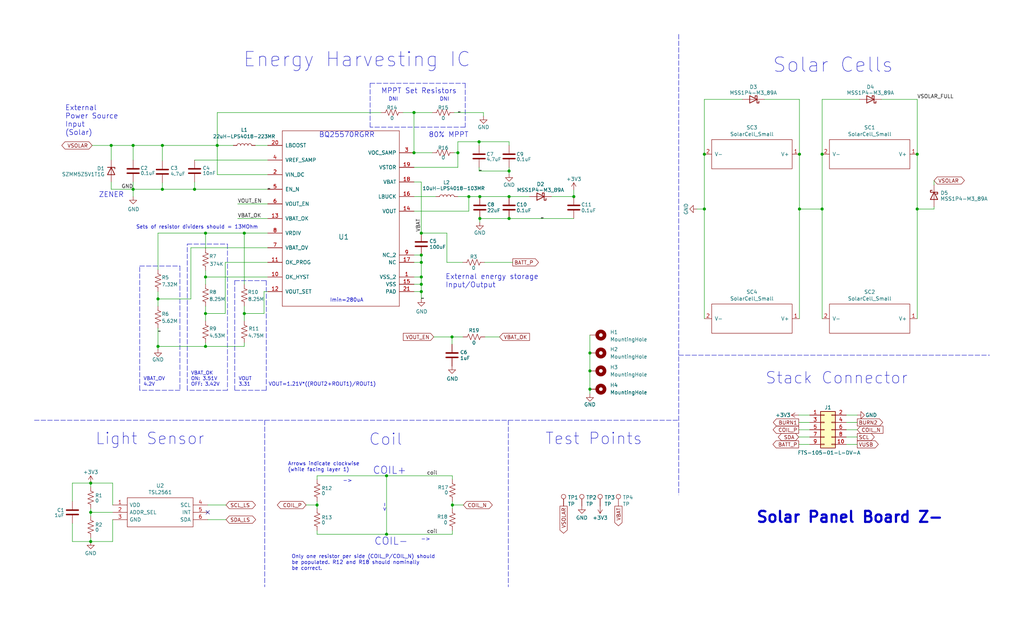
<source format=kicad_sch>
(kicad_sch (version 20211123) (generator eeschema)
  (paper "USLegal")
  (title_block (title "PyCubed Mini") (date "2022-07-27") (rev "02") (company "REx Lab Carnegie Mellon University") (comment 1 "Z.Manchester") (comment 2 "N.Khera") (comment 3 "M.Holliday"))
  (lib_symbols
    (symbol "Connector:TestPoint" (pin_numbers hide) (pin_names (offset 0.762) hide)
      (property "Reference" "TP" (at 0 6.858 0))
      (property "Value" "TestPoint" (at 0 5.08 0))
      (symbol "TestPoint_1_1"
        (pin passive line (at 0 0 90) (length 2.54) (name "1") (number "1"))
      )
    )
    (symbol "Connector_Generic:Conn_02x05_Odd_Even" (pin_names (offset 1.016) hide)
      (property "Reference" "J" (at 1.27 7.62 0))
      (property "Value" "Conn_02x05_Odd_Even" (at 1.27 -7.62 0))
      (symbol "Conn_02x05_Odd_Even_1_1"
        (pin passive line (at -5.08 5.08 0) (length 3.81) (name "Pin_1") (number "1"))
        (pin passive line (at 7.62 -5.08 180) (length 3.81) (name "Pin_10") (number "10"))
        (pin passive line (at 7.62 5.08 180) (length 3.81) (name "Pin_2") (number "2"))
        (pin passive line (at -5.08 2.54 0) (length 3.81) (name "Pin_3") (number "3"))
        (pin passive line (at 7.62 2.54 180) (length 3.81) (name "Pin_4") (number "4"))
        (pin passive line (at -5.08 0 0) (length 3.81) (name "Pin_5") (number "5"))
        (pin passive line (at 7.62 0 180) (length 3.81) (name "Pin_6") (number "6"))
        (pin passive line (at -5.08 -2.54 0) (length 3.81) (name "Pin_7") (number "7"))
        (pin passive line (at 7.62 -2.54 180) (length 3.81) (name "Pin_8") (number "8"))
        (pin passive line (at -5.08 -5.08 0) (length 3.81) (name "Pin_9") (number "9"))
      )
    )
    (symbol "Device:C" (pin_numbers hide) (pin_names (offset 0.254))
      (property "Reference" "C" (at 0.635 2.54 0))
      (property "Value" "C" (at 0.635 -2.54 0))
      (symbol "C_1_1"
        (pin passive line (at 0 3.81 270) (length 2.794) (name "~") (number "1"))
        (pin passive line (at 0 -3.81 90) (length 2.794) (name "~") (number "2"))
      )
    )
    (symbol "Device:D_Schottky" (pin_numbers hide) (pin_names (offset 1.016) hide)
      (property "Reference" "D" (at 0 2.54 0))
      (property "Value" "D_Schottky" (at 0 -2.54 0))
      (symbol "D_Schottky_1_1"
        (pin passive line (at -3.81 0 0) (length 2.54) (name "K") (number "1"))
        (pin passive line (at 3.81 0 180) (length 2.54) (name "A") (number "2"))
      )
    )
    (symbol "Device:L" (pin_numbers hide) (pin_names (offset 1.016) hide)
      (property "Reference" "L" (at -1.27 0 90))
      (property "Value" "L" (at 1.905 0 90))
      (symbol "L_1_1"
        (pin passive line (at 0 3.81 270) (length 1.27) (name "1") (number "1"))
        (pin passive line (at 0 -3.81 90) (length 1.27) (name "2") (number "2"))
      )
    )
    (symbol "Device:R_US" (pin_numbers hide) (pin_names (offset 0))
      (property "Reference" "R" (at 2.54 0 90))
      (property "Value" "R_US" (at -2.54 0 90))
      (symbol "R_US_1_1"
        (pin passive line (at 0 3.81 270) (length 1.27) (name "~") (number "1"))
        (pin passive line (at 0 -3.81 90) (length 1.27) (name "~") (number "2"))
      )
    )
    (symbol "Diode:Z1SMAxxx" (pin_numbers hide) (pin_names hide)
      (property "Reference" "D" (at 0 2.54 0))
      (property "Value" "Z1SMAxxx" (at 0 -2.54 0))
      (symbol "Z1SMAxxx_1_1"
        (pin passive line (at -3.81 0 0) (length 2.54) (name "K") (number "1"))
        (pin passive line (at 3.81 0 180) (length 2.54) (name "A") (number "2"))
      )
    )
    (symbol "Mechanical:MountingHole_Pad" (pin_numbers hide) (pin_names (offset 1.016) hide)
      (property "Reference" "H" (at 0 6.35 0))
      (property "Value" "MountingHole_Pad" (at 0 4.445 0))
      (symbol "MountingHole_Pad_1_1"
        (pin input line (at 0 -2.54 90) (length 2.54) (name "1") (number "1"))
      )
    )
    (symbol "SolarCell_Small_1" (pin_names (offset 1.016))
      (property "Reference" "SC" (at 0 -1.27 0))
      (property "Value" "SolarCell_Small_1" (at 0 1.27 0))
      (symbol "SolarCell_Small_1_1_1"
        (pin bidirectional line (at -16.51 0 0) (length 2.54) (name "V+") (number "1"))
        (pin bidirectional line (at 16.51 0 180) (length 2.54) (name "V-") (number "2"))
      )
    )
    (symbol "SolarCell_Small_4" (pin_names (offset 1.016))
      (property "Reference" "SC" (at 0 -1.27 0))
      (property "Value" "SolarCell_Small_4" (at 0 1.27 0))
      (symbol "SolarCell_Small_4_1_1"
        (pin bidirectional line (at -16.51 0 0) (length 2.54) (name "V+") (number "1"))
        (pin bidirectional line (at 16.51 0 180) (length 2.54) (name "V-") (number "2"))
      )
    )
    (symbol "SolarCell_Small_7" (pin_names (offset 1.016))
      (property "Reference" "SC" (at 0 -1.27 0))
      (property "Value" "SolarCell_Small_7" (at 0 1.27 0))
      (symbol "SolarCell_Small_7_1_1"
        (pin bidirectional line (at -16.51 0 0) (length 2.54) (name "V+") (number "1"))
        (pin bidirectional line (at 16.51 0 180) (length 2.54) (name "V-") (number "2"))
      )
    )
    (symbol "Transistor_BJT:MBT2222ADW1T1" (pin_names (offset 0) hide)
      (property "Reference" "Q" (at 5.08 1.27 0))
      (property "Value" "MBT2222ADW1T1" (at 5.08 -1.27 0))
      (symbol "MBT2222ADW1T1_1_1"
        (pin passive line (at 2.54 -5.08 90) (length 2.54) (name "E1") (number "1"))
        (pin input line (at -5.08 0 0) (length 2.54) (name "B1") (number "2"))
        (pin passive line (at 2.54 5.08 270) (length 2.54) (name "C1") (number "6"))
      )
      (symbol "MBT2222ADW1T1_2_1"
        (pin passive line (at 2.54 5.08 270) (length 2.54) (name "C2") (number "3"))
        (pin passive line (at 2.54 -5.08 90) (length 2.54) (name "E2") (number "4"))
        (pin input line (at -5.08 0 0) (length 2.54) (name "B2") (number "5"))
      )
    )
    (symbol "mainboard:BSS138DWQ-7" (pin_names (offset 0.762) hide)
      (property "Reference" "Q" (at -2.54 5.08 0))
      (property "Value" "BSS138DWQ-7" (at 3.81 6.35 0))
      (symbol "BSS138DWQ-7_1_1"
        (pin passive line (at 1.27 -5.08 90) (length 2.54) (name "S2") (number "1"))
        (pin input line (at -6.35 0 0) (length 2.54) (name "G2") (number "2"))
        (pin passive line (at 1.27 5.08 270) (length 2.54) (name "D1") (number "6"))
      )
      (symbol "BSS138DWQ-7_2_1"
        (pin passive line (at 1.27 5.08 270) (length 2.54) (name "D2") (number "3"))
        (pin passive line (at 1.27 -5.08 90) (length 2.54) (name "S1") (number "4"))
        (pin input line (at -6.35 0 0) (length 2.54) (name "G1") (number "5"))
      )
    )
    (symbol "power:+3V3" (power) (pin_names (offset 0))
      (property "Value" "+3V3" (at 0 3.556 0))
      (symbol "+3V3_1_1"
        (pin power_in line (at 0 0 90) (length 0) hide (name "+3V3") (number "1"))
      )
    )
    (symbol "power:GND" (power) (pin_names (offset 0))
      (property "Value" "GND" (at 0 -3.81 0))
      (symbol "GND_1_1"
        (pin power_in line (at 0 0 270) (length 0) hide (name "GND") (number "1"))
      )
    )
    (symbol "solarpanels:ATB2012"
      (property "Reference" "U4" (at 0 10.795 0))
      (property "Value" "ATB2012" (at 0 8.4836 0))
      (symbol "ATB2012_1_1"
        (pin passive line (at -5.08 5.08 0) (length 2.54) (name "~") (number "1"))
        (pin power_in line (at -2.54 -7.62 90) (length 2.54) (name "GND") (number "2"))
        (pin passive line (at 5.08 5.08 180) (length 2.54) (name "~") (number "3"))
        (pin passive line (at 5.08 -5.08 180) (length 2.54) (name "~") (number "4"))
      )
    )
    (symbol "solarpanels:BQ25570RGRR" (pin_names (offset 1.016))
      (property "Reference" "U" (at -4.7244 1.4986 0))
      (property "Value" "BQ25570RGRR" (at -5.3594 -1.0414 0))
      (symbol "BQ25570RGRR_1_0"
        (pin power_in line (at 25.4 -20.32 180) (length 5.08) (name "VSS_2") (number "1"))
        (pin input line (at -25.4 -20.32 0) (length 5.08) (name "OK_HYST") (number "10"))
        (pin input line (at -25.4 -15.24 0) (length 5.08) (name "OK_PROG") (number "11"))
        (pin input line (at -25.4 -25.4 0) (length 5.08) (name "VOUT_SET") (number "12"))
        (pin output line (at -25.4 0 0) (length 5.08) (name "VBAT_OK") (number "13"))
        (pin power_in line (at 25.4 2.54 180) (length 5.08) (name "VOUT") (number "14"))
        (pin power_in line (at 25.4 -22.86 180) (length 5.08) (name "VSS") (number "15"))
        (pin passive line (at 25.4 7.62 180) (length 5.08) (name "LBUCK") (number "16"))
        (pin passive line (at 25.4 -15.24 180) (length 5.08) (name "NC") (number "17"))
        (pin bidirectional line (at 25.4 12.7 180) (length 5.08) (name "VBAT") (number "18"))
        (pin power_in line (at 25.4 17.78 180) (length 5.08) (name "VSTOR") (number "19"))
        (pin power_in line (at -25.4 15.24 0) (length 5.08) (name "VIN_DC") (number "2"))
        (pin input line (at -25.4 25.4 0) (length 5.08) (name "LBOOST") (number "20"))
        (pin power_in line (at 25.4 -25.4 180) (length 5.08) (name "PAD") (number "21"))
        (pin input line (at 25.4 22.86 180) (length 5.08) (name "VOC_SAMP") (number "3"))
        (pin input line (at -25.4 20.32 0) (length 5.08) (name "VREF_SAMP") (number "4"))
        (pin input line (at -25.4 10.16 0) (length 5.08) (name "EN_N") (number "5"))
        (pin input line (at -25.4 5.08 0) (length 5.08) (name "VOUT_EN") (number "6"))
        (pin input line (at -25.4 -10.16 0) (length 5.08) (name "VBAT_OV") (number "7"))
        (pin output line (at -25.4 -5.08 0) (length 5.08) (name "VRDIV") (number "8"))
        (pin power_in line (at 25.4 -12.7 180) (length 5.08) (name "NC_2") (number "9"))
      )
    )
    (symbol "solarpanels:Device_Jumper" (pin_names (offset 0.762) hide)
      (property "Reference" "JP" (at 0 3.81 0))
      (property "Value" "Device_Jumper" (at 0 -2.032 0))
      (symbol "Device_Jumper_0_1"
        (pin passive line (at -7.62 0 0) (length 4.191) (name "1") (number "1"))
        (pin passive line (at 7.62 0 180) (length 4.191) (name "2") (number "2"))
      )
    )
    (symbol "solarpanels:IRLML2803TRPBF" (pin_names (offset 1.016))
      (property "Reference" "Q" (at -11.43 1.27 0))
      (property "Value" "IRLML2803TRPBF" (at -11.43 3.81 0))
      (symbol "IRLML2803TRPBF_1_0"
        (pin passive line (at -2.54 -2.54 0) (length 2.54) (name "G") (number "1"))
        (pin passive line (at 2.54 -5.08 90) (length 2.54) (name "S") (number "2"))
        (pin passive line (at 2.54 5.08 270) (length 2.54) (name "D") (number "3"))
      )
    )
    (symbol "solarpanels:SolarCell_Small" (pin_names (offset 1.016))
      (property "Reference" "SC" (at 0 -1.27 0))
      (property "Value" "SolarCell_Small" (at 0 1.27 0))
      (symbol "SolarCell_Small_1_1"
        (pin bidirectional line (at -16.51 0 0) (length 2.54) (name "V+") (number "1"))
        (pin bidirectional line (at 16.51 0 180) (length 2.54) (name "V-") (number "2"))
      )
    )
    (symbol "solarpanels:U.FL-R-SMT-1" (pin_names (offset 0.762))
      (property "Reference" "J2" (at 0 6.35 0))
      (property "Value" "U.FL-R-SMT-1" (at 0 4.0386 0))
      (symbol "U.FL-R-SMT-1_0_0"
        (pin unspecified line (at 2.54 -7.62 90) (length 5.08) (name "GND") (number "1"))
        (pin unspecified line (at 2.54 -7.62 90) (length 5.08) hide (name "2") (number "2"))
        (pin unspecified line (at -10.16 0 0) (length 5.08) (name "ANT") (number "3"))
      )
    )
    (symbol "solarpanels:symbols_NDS8434" (pin_names (offset 1.016))
      (symbol "symbols_NDS8434_0_0"
        (pin bidirectional line (at -12.7 7.62 0) (length 5.08) (name "Source") (number "1"))
        (pin bidirectional line (at -12.7 2.54 0) (length 5.08) (name "Source") (number "2"))
        (pin bidirectional line (at -12.7 -2.54 0) (length 5.08) (name "Source") (number "3"))
        (pin bidirectional line (at -12.7 -7.62 0) (length 5.08) (name "Gate") (number "4"))
        (pin bidirectional line (at 12.7 7.62 180) (length 5.08) (name "Drain") (number "5"))
        (pin bidirectional line (at 12.7 2.54 180) (length 5.08) (name "Drain") (number "6"))
        (pin bidirectional line (at 12.7 -7.62 180) (length 5.08) (name "Drain") (number "7"))
        (pin bidirectional line (at 12.7 -2.54 180) (length 5.08) (name "Drain") (number "8"))
      )
    )
    (symbol "solarpanels:symbols_TSL2561" (pin_names (offset 0.762))
      (property "Reference" "IC" (at 29.21 7.62 0))
      (property "Value" "symbols_TSL2561" (at 29.21 5.08 0))
      (symbol "symbols_TSL2561_0_0"
        (pin unspecified line (at 0 0 0) (length 5.08) (name "VDD") (number "1"))
        (pin unspecified line (at 0 -2.54 0) (length 5.08) (name "ADDR_SEL") (number "2"))
        (pin unspecified line (at 0 -5.08 0) (length 5.08) (name "GND") (number "3"))
        (pin unspecified line (at 33.02 0 180) (length 5.08) (name "SCL") (number "4"))
        (pin unspecified line (at 33.02 -2.54 180) (length 5.08) (name "INT") (number "5"))
        (pin unspecified line (at 33.02 -5.08 180) (length 5.08) (name "SDA") (number "6"))
      )
    )
  )
  (junction (at 38.608 50.546))
  (junction (at 437.769 81.407))
  (junction (at 166.37 49.276))
  (junction (at 437.769 50.927))
  (junction (at 31.496 188.214))
  (junction (at 54.864 103.886))
  (junction (at 390.779 43.307))
  (junction (at 143.764 53.086))
  (junction (at 427.609 50.927))
  (junction (at 46.228 65.786))
  (junction (at 398.399 180.975))
  (junction (at 422.529 76.327))
  (junction (at 176.784 75.946))
  (junction (at 393.446 139.954))
  (junction (at 395.859 68.707))
  (junction (at 146.304 88.646))
  (junction (at 427.736 137.414))
  (junction (at 110.109 175.514))
  (junction (at 204.851 122.682))
  (junction (at 432.689 43.307))
  (junction (at 31.496 167.894))
  (junction (at 71.374 108.966))
  (junction (at 157.099 175.514))
  (junction (at 427.736 132.334))
  (junction (at 75.438 50.546))
  (junction (at 390.779 35.687))
  (junction (at 285.496 72.644))
  (junction (at 437.769 68.707))
  (junction (at 395.859 89.027))
  (junction (at 84.836 81.026))
  (junction (at 432.689 35.687))
  (junction (at 402.336 132.334))
  (junction (at 54.864 120.396))
  (junction (at 84.836 108.966))
  (junction (at 162.814 68.326))
  (junction (at 380.619 76.327))
  (junction (at 71.374 96.266))
  (junction (at 176.784 59.436))
  (junction (at 437.769 59.817))
  (junction (at 414.909 61.087))
  (junction (at 402.336 127.254))
  (junction (at 395.859 50.927))
  (junction (at 56.388 50.546))
  (junction (at 244.602 53.594))
  (junction (at 285.496 53.594))
  (junction (at 146.304 81.026))
  (junction (at 146.304 96.266))
  (junction (at 146.304 101.346))
  (junction (at 71.374 120.396))
  (junction (at 143.764 39.116))
  (junction (at 244.602 72.644))
  (junction (at 277.622 72.644))
  (junction (at 199.263 68.326))
  (junction (at 156.972 117.094))
  (junction (at 134.239 165.354))
  (junction (at 388.239 89.027))
  (junction (at 430.149 89.027))
  (junction (at 318.516 72.644))
  (junction (at 159.004 53.086))
  (junction (at 31.496 178.054))
  (junction (at 375.666 129.794))
  (junction (at 146.304 98.806))
  (junction (at 395.859 81.407))
  (junction (at 166.624 75.946))
  (junction (at 67.564 65.786))
  (junction (at 56.388 65.786))
  (junction (at 393.446 127.254))
  (junction (at 372.999 61.087))
  (junction (at 375.666 139.954))
  (junction (at 318.516 53.594))
  (junction (at 277.622 53.594))
  (junction (at 395.859 59.817))
  (junction (at 134.239 185.674))
  (junction (at 204.851 128.905))
  (junction (at 436.626 132.334))
  (junction (at 204.851 135.255))
  (junction (at 176.784 68.326))
  (junction (at 437.769 89.027))
  (junction (at 71.374 81.026))
  (junction (at 46.228 50.546))
  (junction (at 146.304 91.186))
  (junction (at 166.624 68.326))
  (junction (at 385.699 50.927))
  (no_connect (at 72.136 178.054))
  (wire (pts (xy 143.764 101.346) (xy 146.304 101.346)))
  (wire (pts (xy 402.336 142.494) (xy 393.446 142.494)))
  (wire (pts (xy 318.516 72.644) (xy 324.358 72.644)))
  (wire (pts (xy 38.608 63.246) (xy 38.608 65.786)))
  (wire (pts (xy 244.602 72.644) (xy 244.602 110.744)))
  (wire (pts (xy 146.304 91.186) (xy 146.304 88.646)))
  (polyline (pts (xy 78.994 84.836) (xy 78.994 135.636)))
  (wire (pts (xy 393.446 136.144) (xy 393.446 139.954)))
  (wire (pts (xy 71.374 106.426) (xy 71.374 108.966)))
  (wire (pts (xy 372.999 61.087) (xy 372.999 43.307)))
  (wire (pts (xy 277.622 34.544) (xy 265.43 34.544)))
  (wire (pts (xy 110.109 174.244) (xy 110.109 175.514)))
  (polyline (pts (xy 81.534 97.536) (xy 92.456 97.536)))
  (wire (pts (xy 204.851 122.682) (xy 204.851 128.905)))
  (wire (pts (xy 393.446 127.254) (xy 402.336 127.254)))
  (wire (pts (xy 84.836 119.126) (xy 84.836 120.396)))
  (wire (pts (xy 146.304 81.026) (xy 146.304 63.246)))
  (polyline (pts (xy 92.456 97.536) (xy 92.456 135.636)))
  (wire (pts (xy 204.851 136.906) (xy 204.851 135.255)))
  (wire (pts (xy 427.609 50.927) (xy 427.609 68.707)))
  (wire (pts (xy 78.232 91.186) (xy 92.964 91.186)))
  (wire (pts (xy 54.864 120.396) (xy 71.374 120.396)))
  (wire (pts (xy 393.446 142.494) (xy 393.446 139.954)))
  (wire (pts (xy 159.004 53.086) (xy 159.004 58.166)))
  (wire (pts (xy 157.734 39.116) (xy 167.894 39.116)))
  (wire (pts (xy 82.55 75.946) (xy 92.964 75.946)))
  (wire (pts (xy 437.769 35.687) (xy 432.689 35.687)))
  (wire (pts (xy 139.954 39.116) (xy 143.764 39.116)))
  (wire (pts (xy 176.784 60.452) (xy 176.784 59.436)))
  (wire (pts (xy 372.999 81.407) (xy 372.999 89.027)))
  (wire (pts (xy 143.764 98.806) (xy 146.304 98.806)))
  (wire (pts (xy 244.602 34.544) (xy 244.602 53.594)))
  (wire (pts (xy 176.784 58.166) (xy 176.784 59.436)))
  (wire (pts (xy 395.859 59.817) (xy 395.859 50.927)))
  (wire (pts (xy 398.399 59.817) (xy 395.859 59.817)))
  (wire (pts (xy 110.109 184.404) (xy 110.109 185.674)))
  (wire (pts (xy 46.228 50.546) (xy 56.388 50.546)))
  (wire (pts (xy 39.116 188.214) (xy 39.116 180.594)))
  (wire (pts (xy 318.516 34.544) (xy 318.516 53.594)))
  (polyline (pts (xy 92.456 135.636) (xy 81.534 135.636)))
  (wire (pts (xy 146.304 103.886) (xy 146.304 101.346)))
  (wire (pts (xy 414.909 81.407) (xy 414.909 89.027)))
  (wire (pts (xy 84.836 81.026) (xy 84.836 98.806)))
  (wire (pts (xy 150.622 117.094) (xy 156.972 117.094)))
  (wire (pts (xy 134.239 165.354) (xy 157.099 165.354)))
  (wire (pts (xy 166.624 75.946) (xy 176.784 75.946)))
  (wire (pts (xy 402.336 132.334) (xy 402.336 127.254)))
  (wire (pts (xy 25.146 174.244) (xy 25.146 167.894)))
  (wire (pts (xy 423.799 50.927) (xy 427.609 50.927)))
  (polyline (pts (xy 176.53 146.05) (xy 176.53 203.962)))
  (wire (pts (xy 390.779 61.087) (xy 383.413 61.087)))
  (wire (pts (xy 31.496 176.784) (xy 31.496 178.054)))
  (polyline (pts (xy 65.024 135.636) (xy 65.024 84.836)))
  (polyline (pts (xy 235.712 11.938) (xy 235.712 171.958)))
  (wire (pts (xy 75.438 50.546) (xy 75.438 60.706)))
  (wire (pts (xy 134.239 185.674) (xy 157.099 185.674)))
  (wire (pts (xy 31.496 188.214) (xy 39.116 188.214)))
  (wire (pts (xy 375.666 139.954) (xy 383.286 139.954)))
  (wire (pts (xy 75.438 39.116) (xy 75.438 50.546)))
  (wire (pts (xy 285.496 72.644) (xy 277.622 72.644)))
  (polyline (pts (xy 161.544 44.196) (xy 128.524 44.196)))
  (wire (pts (xy 166.37 58.166) (xy 166.37 59.436)))
  (wire (pts (xy 427.736 127.254) (xy 427.736 132.334)))
  (polyline (pts (xy 91.948 146.05) (xy 91.948 203.962)))
  (wire (pts (xy 25.146 167.894) (xy 31.496 167.894)))
  (wire (pts (xy 432.689 61.087) (xy 425.704 61.087)))
  (wire (pts (xy 67.564 65.786) (xy 67.564 63.246)))
  (polyline (pts (xy 161.544 28.956) (xy 161.544 44.196)))
  (wire (pts (xy 277.368 154.432) (xy 281.178 154.432)))
  (wire (pts (xy 373.126 129.794) (xy 375.666 129.794)))
  (wire (pts (xy 54.864 114.046) (xy 54.864 120.396)))
  (wire (pts (xy 204.851 116.459) (xy 204.851 122.682)))
  (wire (pts (xy 257.81 34.544) (xy 244.602 34.544)))
  (wire (pts (xy 191.516 68.326) (xy 199.263 68.326)))
  (wire (pts (xy 436.626 132.334) (xy 448.056 132.334)))
  (wire (pts (xy 56.388 65.786) (xy 67.564 65.786)))
  (wire (pts (xy 159.004 68.326) (xy 162.814 68.326)))
  (wire (pts (xy 395.859 68.707) (xy 395.859 59.817)))
  (wire (pts (xy 146.304 88.646) (xy 143.764 88.646)))
  (wire (pts (xy 297.688 146.812) (xy 293.878 146.812)))
  (wire (pts (xy 277.368 146.812) (xy 281.178 146.812)))
  (wire (pts (xy 71.374 119.126) (xy 71.374 120.396)))
  (wire (pts (xy 92.964 55.626) (xy 67.564 55.626)))
  (wire (pts (xy 277.622 72.644) (xy 277.622 110.744)))
  (wire (pts (xy 389.509 168.275) (xy 395.859 168.275)))
  (wire (pts (xy 285.496 53.594) (xy 285.496 72.644)))
  (wire (pts (xy 395.859 35.687) (xy 390.779 35.687)))
  (wire (pts (xy 146.304 98.806) (xy 146.304 96.266)))
  (wire (pts (xy 380.619 76.327) (xy 388.239 76.327)))
  (wire (pts (xy 277.368 151.892) (xy 281.178 151.892)))
  (wire (pts (xy 168.402 117.094) (xy 173.482 117.094)))
  (wire (pts (xy 56.388 50.546) (xy 56.388 55.88)))
  (wire (pts (xy 71.374 93.98) (xy 71.374 96.266)))
  (wire (pts (xy 285.496 34.544) (xy 285.496 53.594)))
  (wire (pts (xy 56.388 50.546) (xy 75.438 50.546)))
  (wire (pts (xy 71.374 81.026) (xy 54.864 81.026)))
  (wire (pts (xy 31.496 186.944) (xy 31.496 188.214)))
  (wire (pts (xy 160.909 175.514) (xy 157.099 175.514)))
  (wire (pts (xy 46.228 55.626) (xy 46.228 50.546)))
  (wire (pts (xy 157.099 184.404) (xy 157.099 185.674)))
  (wire (pts (xy 293.878 151.892) (xy 297.688 151.892)))
  (wire (pts (xy 411.099 168.275) (xy 406.019 168.275)))
  (wire (pts (xy 395.859 49.657) (xy 395.859 50.927)))
  (wire (pts (xy 375.666 129.794) (xy 376.936 129.794)))
  (wire (pts (xy 143.764 53.086) (xy 143.764 39.116)))
  (wire (pts (xy 318.516 72.644) (xy 318.516 110.744)))
  (polyline (pts (xy 62.484 135.636) (xy 48.514 135.636)))
  (polyline (pts (xy 128.524 28.956) (xy 161.544 28.956)))
  (wire (pts (xy 91.694 108.966) (xy 91.694 101.346)))
  (wire (pts (xy 75.438 50.546) (xy 81.026 50.546)))
  (wire (pts (xy 75.438 60.706) (xy 92.964 60.706)))
  (polyline (pts (xy 62.484 92.456) (xy 62.484 135.636)))
  (wire (pts (xy 375.666 129.794) (xy 375.666 131.064)))
  (wire (pts (xy 54.864 121.412) (xy 54.864 120.396)))
  (wire (pts (xy 84.836 81.026) (xy 92.964 81.026)))
  (wire (pts (xy 38.608 55.626) (xy 38.608 50.546)))
  (wire (pts (xy 414.909 71.247) (xy 414.909 61.087)))
  (wire (pts (xy 166.37 50.546) (xy 166.37 49.276)))
  (wire (pts (xy 166.37 59.436) (xy 176.784 59.436)))
  (wire (pts (xy 78.486 180.594) (xy 72.136 180.594)))
  (wire (pts (xy 39.116 167.894) (xy 31.496 167.894)))
  (wire (pts (xy 66.294 103.886) (xy 66.294 86.106)))
  (wire (pts (xy 110.109 165.354) (xy 134.239 165.354)))
  (wire (pts (xy 159.004 49.276) (xy 166.37 49.276)))
  (wire (pts (xy 293.878 149.352) (xy 297.688 149.352)))
  (wire (pts (xy 277.622 53.594) (xy 277.622 72.644)))
  (wire (pts (xy 146.304 101.346) (xy 146.304 98.806)))
  (wire (pts (xy 167.894 39.116) (xy 167.894 40.386)))
  (wire (pts (xy 56.388 63.5) (xy 56.388 65.786)))
  (wire (pts (xy 146.304 96.266) (xy 146.304 91.186)))
  (wire (pts (xy 437.769 49.657) (xy 437.769 50.927)))
  (wire (pts (xy 385.826 134.874) (xy 385.826 129.794)))
  (wire (pts (xy 388.239 89.027) (xy 395.859 89.027)))
  (wire (pts (xy 324.358 72.644) (xy 324.358 71.882)))
  (wire (pts (xy 393.446 127.254) (xy 393.446 128.524)))
  (wire (pts (xy 155.194 91.186) (xy 155.194 81.026)))
  (wire (pts (xy 402.336 137.414) (xy 402.336 132.334)))
  (polyline (pts (xy 81.534 135.636) (xy 81.534 97.536)))
  (wire (pts (xy 393.446 123.952) (xy 393.446 127.254)))
  (wire (pts (xy 82.55 70.866) (xy 92.964 70.866)))
  (polyline (pts (xy 78.994 135.636) (xy 65.024 135.636)))
  (wire (pts (xy 110.109 165.354) (xy 110.109 166.624)))
  (wire (pts (xy 156.972 119.634) (xy 156.972 117.094)))
  (wire (pts (xy 54.864 103.886) (xy 66.294 103.886)))
  (wire (pts (xy 414.909 61.087) (xy 418.084 61.087)))
  (wire (pts (xy 155.194 91.186) (xy 160.655 91.186)))
  (wire (pts (xy 162.814 73.406) (xy 162.814 68.326)))
  (wire (pts (xy 298.45 34.544) (xy 285.496 34.544)))
  (wire (pts (xy 166.624 75.946) (xy 166.624 77.216)))
  (wire (pts (xy 92.964 65.786) (xy 67.564 65.786)))
  (wire (pts (xy 381.889 50.927) (xy 385.699 50.927)))
  (wire (pts (xy 157.734 53.086) (xy 159.004 53.086)))
  (wire (pts (xy 71.374 120.396) (xy 84.836 120.396)))
  (wire (pts (xy 376.809 175.895) (xy 376.809 180.975)))
  (wire (pts (xy 199.263 66.04) (xy 199.263 68.326)))
  (wire (pts (xy 84.836 106.426) (xy 84.836 108.966)))
  (wire (pts (xy 106.299 175.514) (xy 110.109 175.514)))
  (wire (pts (xy 157.099 165.354) (xy 157.099 166.624)))
  (polyline (pts (xy 48.514 92.456) (xy 62.484 92.456)))
  (wire (pts (xy 372.999 89.027) (xy 388.239 89.027)))
  (wire (pts (xy 32.004 50.546) (xy 38.608 50.546)))
  (wire (pts (xy 204.851 128.905) (xy 204.851 135.255)))
  (wire (pts (xy 285.496 72.644) (xy 285.496 110.744)))
  (wire (pts (xy 318.516 53.594) (xy 318.516 72.644)))
  (wire (pts (xy 166.37 49.276) (xy 176.784 49.276)))
  (wire (pts (xy 427.736 132.334) (xy 427.736 137.414)))
  (polyline (pts (xy 65.024 84.836) (xy 78.994 84.836)))
  (wire (pts (xy 162.814 68.326) (xy 166.624 68.326)))
  (wire (pts (xy 71.374 108.966) (xy 78.232 108.966)))
  (wire (pts (xy 375.666 138.684) (xy 375.666 139.954)))
  (wire (pts (xy 143.764 68.326) (xy 151.384 68.326)))
  (wire (pts (xy 176.784 68.326) (xy 183.896 68.326)))
  (wire (pts (xy 437.769 59.817) (xy 437.769 50.927)))
  (wire (pts (xy 71.374 96.266) (xy 71.374 98.806)))
  (wire (pts (xy 395.859 71.247) (xy 395.859 68.707)))
  (wire (pts (xy 66.294 86.106) (xy 92.964 86.106)))
  (wire (pts (xy 411.099 178.435) (xy 406.019 178.435)))
  (wire (pts (xy 38.608 65.786) (xy 46.228 65.786)))
  (wire (pts (xy 84.836 81.026) (xy 71.374 81.026)))
  (wire (pts (xy 372.999 61.087) (xy 375.793 61.087)))
  (wire (pts (xy 84.836 108.966) (xy 84.836 111.506)))
  (wire (pts (xy 31.496 178.054) (xy 31.496 179.324)))
  (wire (pts (xy 38.608 50.546) (xy 46.228 50.546)))
  (wire (pts (xy 91.694 101.346) (xy 92.964 101.346)))
  (wire (pts (xy 414.909 61.087) (xy 414.909 43.307)))
  (wire (pts (xy 244.602 72.644) (xy 242.062 72.644)))
  (wire (pts (xy 384.556 129.794) (xy 385.826 129.794)))
  (wire (pts (xy 372.999 71.247) (xy 372.999 61.087)))
  (wire (pts (xy 437.769 68.707) (xy 437.769 59.817)))
  (wire (pts (xy 159.004 58.166) (xy 143.764 58.166)))
  (wire (pts (xy 88.646 50.546) (xy 92.964 50.546)))
  (wire (pts (xy 379.476 105.156) (xy 380.746 105.156)))
  (wire (pts (xy 46.228 65.786) (xy 56.388 65.786)))
  (wire (pts (xy 281.178 144.272) (xy 277.368 144.272)))
  (wire (pts (xy 54.864 103.886) (xy 54.864 106.426)))
  (wire (pts (xy 31.496 167.894) (xy 31.496 169.164)))
  (wire (pts (xy 277.368 149.352) (xy 281.178 149.352)))
  (wire (pts (xy 376.809 180.975) (xy 398.399 180.975)))
  (wire (pts (xy 54.864 81.026) (xy 54.864 93.726)))
  (wire (pts (xy 168.275 91.186) (xy 178.054 91.186)))
  (wire (pts (xy 297.688 154.432) (xy 293.878 154.432)))
  (wire (pts (xy 430.149 89.027) (xy 437.769 89.027)))
  (wire (pts (xy 71.374 81.026) (xy 71.374 86.36)))
  (wire (pts (xy 134.239 165.354) (xy 134.239 185.674)))
  (polyline (pts (xy 235.712 123.444) (xy 343.662 123.444)))
  (wire (pts (xy 157.099 175.514) (xy 157.099 176.784)))
  (wire (pts (xy 110.109 175.514) (xy 110.109 176.784)))
  (wire (pts (xy 372.999 43.307) (xy 390.779 43.307)))
  (wire (pts (xy 277.622 53.594) (xy 277.622 34.544)))
  (wire (pts (xy 143.764 39.116) (xy 150.114 39.116)))
  (wire (pts (xy 414.909 89.027) (xy 430.149 89.027)))
  (wire (pts (xy 75.438 39.116) (xy 132.334 39.116)))
  (wire (pts (xy 143.764 73.406) (xy 162.814 73.406)))
  (polyline (pts (xy 48.514 135.636) (xy 48.514 92.456)))
  (wire (pts (xy 54.864 101.346) (xy 54.864 103.886)))
  (wire (pts (xy 25.146 188.214) (xy 31.496 188.214)))
  (wire (pts (xy 143.764 91.186) (xy 146.304 91.186)))
  (wire (pts (xy 395.859 42.037) (xy 395.859 35.687)))
  (wire (pts (xy 389.636 105.156) (xy 388.366 105.156)))
  (wire (pts (xy 71.374 108.966) (xy 71.374 111.506)))
  (wire (pts (xy 437.769 42.037) (xy 437.769 35.687)))
  (wire (pts (xy 437.769 71.247) (xy 437.769 68.707)))
  (wire (pts (xy 176.784 50.546) (xy 176.784 49.276)))
  (wire (pts (xy 176.784 75.946) (xy 199.263 75.946)))
  (wire (pts (xy 156.972 117.094) (xy 160.782 117.094)))
  (wire (pts (xy 385.699 50.927) (xy 385.699 68.707)))
  (wire (pts (xy 244.602 72.644) (xy 244.602 53.594)))
  (wire (pts (xy 157.099 174.244) (xy 157.099 175.514)))
  (polyline (pts (xy 11.938 146.05) (xy 235.712 146.05)))
  (wire (pts (xy 414.909 43.307) (xy 432.689 43.307)))
  (wire (pts (xy 324.358 62.738) (xy 324.358 64.262)))
  (wire (pts (xy 306.07 34.544) (xy 318.516 34.544)))
  (wire (pts (xy 159.004 49.276) (xy 159.004 53.086)))
  (wire (pts (xy 155.194 81.026) (xy 146.304 81.026)))
  (wire (pts (xy 46.228 63.246) (xy 46.228 65.786)))
  (wire (pts (xy 297.688 144.272) (xy 293.878 144.272)))
  (wire (pts (xy 395.859 78.867) (xy 395.859 81.407)))
  (wire (pts (xy 440.309 59.817) (xy 437.769 59.817)))
  (wire (pts (xy 71.374 96.266) (xy 92.964 96.266)))
  (wire (pts (xy 39.116 178.054) (xy 31.496 178.054)))
  (wire (pts (xy 437.769 78.867) (xy 437.769 81.407)))
  (wire (pts (xy 110.109 185.674) (xy 134.239 185.674)))
  (wire (pts (xy 46.228 65.786) (xy 46.228 68.326)))
  (wire (pts (xy 25.146 181.864) (xy 25.146 188.214)))
  (wire (pts (xy 39.116 175.514) (xy 39.116 167.894)))
  (wire (pts (xy 143.764 53.086) (xy 150.114 53.086)))
  (wire (pts (xy 427.736 137.414) (xy 427.736 142.494)))
  (wire (pts (xy 78.486 175.514) (xy 72.136 175.514)))
  (wire (pts (xy 78.232 108.966) (xy 78.232 91.186)))
  (wire (pts (xy 143.764 96.266) (xy 146.304 96.266)))
  (wire (pts (xy 84.836 108.966) (xy 91.694 108.966)))
  (wire (pts (xy 389.636 108.966) (xy 388.366 108.966)))
  (wire (pts (xy 430.149 86.487) (xy 430.149 89.027)))
  (polyline (pts (xy 128.524 44.196) (xy 128.524 28.956)))
  (wire (pts (xy 379.476 108.966) (xy 380.746 108.966)))
  (wire (pts (xy 422.529 76.327) (xy 430.149 76.327)))
  (wire (pts (xy 388.239 86.487) (xy 388.239 89.027)))
  (wire (pts (xy 427.736 132.334) (xy 436.626 132.334)))
  (wire (pts (xy 166.624 68.326) (xy 176.784 68.326)))
  (wire (pts (xy 146.304 63.246) (xy 143.764 63.246)))
  (text "80% MPPT " (at 148.844 48.006 0) (effects (font (size 1.778 1.778)) (justify left bottom)))
  (text "DNI" (at 152.654 35.306 0) (effects (font (size 1.27 1.27)) (justify left bottom)))
  (text "Solar Cells\n" (at 268.224 25.654 0) (effects (font (size 5 5)) (justify left bottom)))
  (text "External\nPower Source\nInput\n(Solar)" (at 22.606 47.244 0) (effects (font (size 1.778 1.778)) (justify left bottom)))
  (text "Only one resistor per side (COIL_P/COIL_N) should \nbe populated. R12 and R18 should nominally \nbe correct." (at 101.219 198.374 0) (effects (font (size 1.27 1.27)) (justify left bottom)))
  (text "Stack Connector\n" (at 265.684 133.858 0) (effects (font (size 4 4)) (justify left bottom)))
  (text "VOUT\n3.31" (at 82.804 134.366 0) (effects (font (size 1.2 1.2)) (justify left bottom)))
  (text "->" (at 149.479 188.214 180) (effects (font (size 1.27 1.27)) (justify right bottom)))
  (text "Energy Harvesting IC" (at 84.328 23.749 0) (effects (font (size 5 5)) (justify left bottom)))
  (text "MPPT Set Resistors " (at 132.334 32.766 0) (effects (font (size 1.778 1.778)) (justify left bottom)))
  (text "Arrows indicate clockwise\n(while facing layer 1)" (at 99.949 164.084 0) (effects (font (size 1.27 1.27)) (justify left bottom)))
  (text "<-" (at 134.239 178.054 90) (effects (font (size 1.27 1.27)) (justify left bottom)))
  (text "Test Points" (at 189.23 154.94 0) (effects (font (size 4 4)) (justify left bottom)))
  (text "External energy storage\nInput/Output" (at 154.686 100.203 0) (effects (font (size 1.778 1.778)) (justify left bottom)))
  (text "I2C Bus Protection - Light Sensor" (at 376.682 27.94 0) (effects (font (size 2.159 2.159)) (justify left bottom)))
  (text "COIL+" (at 129.413 165.1 0) (effects (font (size 2.54 2.54)) (justify left bottom)))
  (text "BQ25570RGRR" (at 110.744 48.006 0) (effects (font (size 1.778 1.778)) (justify left bottom)))
  (text "DNI" (at 134.874 35.306 0) (effects (font (size 1.27 1.27)) (justify left bottom)))
  (text "Light Sensor" (at 33.02 154.94 0) (effects (font (size 4 4)) (justify left bottom)))
  (text "Solar Panel Board Z-" (at 262.382 182.118 0) (effects (font (size 3.81 3.81) (thickness 0.762) bold) (justify left bottom)))
  (text "->" (at 118.999 167.894 0) (effects (font (size 1.27 1.27)) (justify left bottom)))
  (text "VOUT=1.21V*((ROUT2+ROUT1)/ROUT1)" (at 93.218 134.366 0) (effects (font (size 1.27 1.27)) (justify left bottom)))
  (text "VBAT_OV\n4.2V" (at 49.784 134.366 0) (effects (font (size 1.2 1.2)) (justify left bottom)))
  (text "VBAT_OK\nON: 3.51V\nOFF: 3.42V" (at 66.294 134.366 0) (effects (font (size 1.2 1.2)) (justify left bottom)))
  (text "COIL-" (at 129.921 189.738 0) (effects (font (size 2.54 2.54)) (justify left bottom)))
  (text "Sets of resistor dividers should = 13MOhm" (at 47.244 79.756 0) (effects (font (size 1.27 1.27)) (justify left bottom)))
  (text "Imin=280uA" (at 114.554 105.156 0) (effects (font (size 1.27 1.27)) (justify left bottom)))
  (text "ZENER" (at 34.29 68.834 0) (effects (font (size 1.778 1.778)) (justify left bottom)))
  (text "Coil" (at 128.016 155.194 0) (effects (font (size 4 4)) (justify left bottom)))
  (label "GND" (at 159.004 39.116 0) (effects (font (size 0.254 0.254))))
  (label "coil" (at 148.209 185.674 0))
  (label "GND" (at 92.964 65.786 0) (effects (font (size 0.254 0.254))))
  (label "VBAT_OK" (at 82.55 75.946 0))
  (label "coil" (at 148.209 165.354 0))
  (label "VOUT_EN" (at 82.55 70.866 0))
  (label "VBURN" (at 435.356 132.334 180))
  (label "GND" (at 187.833 75.946 0) (effects (font (size 0.254 0.254))))
  (label "VBAT" (at 146.304 75.946 270))
  (label "GND" (at 166.37 59.436 0) (effects (font (size 0.254 0.254))))
  (label "GND" (at 146.304 103.886 0) (effects (font (size 0.254 0.254))))
  (label "GND" (at 42.164 65.786 0))
  (label "GND" (at 54.864 115.316 0) (effects (font (size 0.254 0.254))))
  (label "VSOLAR_FULL" (at 318.516 34.544 0))
  (global_label "SDA_LS" (shape bidirectional) (at 78.486 180.594 0) (property "Intersheet References" "${INTERSHEET_REFS}" (effects hide)))
  (global_label "VBAT_OK" (shape input) (at 173.482 117.094 0) (property "Intersheet References" "${INTERSHEET_REFS}" (effects hide)))
  (global_label "SCL" (shape input) (at 381.889 50.927 180) (property "Intersheet References" "${INTERSHEET_REFS}" (effects hide)))
  (global_label "VSOLAR" (shape bidirectional) (at 32.004 50.546 180) (property "Intersheet References" "${INTERSHEET_REFS}" (effects hide)))
  (global_label "BATT_P" (shape output) (at 178.054 91.186 0) (property "Intersheet References" "${INTERSHEET_REFS}" (effects hide)))
  (global_label "VOUT_EN" (shape input) (at 150.622 117.094 180) (property "Intersheet References" "${INTERSHEET_REFS}" (effects hide)))
  (global_label "SCL" (shape input) (at 379.476 105.156 180) (property "Intersheet References" "${INTERSHEET_REFS}" (effects hide)))
  (global_label "VSOLAR" (shape bidirectional) (at 324.358 62.738 0) (property "Intersheet References" "${INTERSHEET_REFS}" (effects hide)))
  (global_label "BURN1" (shape output) (at 277.368 146.812 180) (property "Intersheet References" "${INTERSHEET_REFS}" (effects hide)))
  (global_label "COIL_N" (shape input) (at 297.688 149.352 0) (property "Intersheet References" "${INTERSHEET_REFS}" (effects hide)))
  (global_label "BURN2" (shape output) (at 297.688 146.812 0) (property "Intersheet References" "${INTERSHEET_REFS}" (effects hide)))
  (global_label "BATT_P" (shape bidirectional) (at 393.446 123.952 180) (property "Intersheet References" "${INTERSHEET_REFS}" (effects hide)))
  (global_label "SDA" (shape bidirectional) (at 379.476 108.966 180) (property "Intersheet References" "${INTERSHEET_REFS}" (effects hide)))
  (global_label "COIL_P" (shape bidirectional) (at 106.299 175.514 180) (property "Intersheet References" "${INTERSHEET_REFS}" (effects hide)))
  (global_label "BURN1" (shape bidirectional) (at 373.126 129.794 180) (property "Intersheet References" "${INTERSHEET_REFS}" (effects hide)))
  (global_label "SCL" (shape output) (at 297.688 151.892 0) (property "Intersheet References" "${INTERSHEET_REFS}" (effects hide)))
  (global_label "COIL_P" (shape output) (at 277.368 149.352 180) (property "Intersheet References" "${INTERSHEET_REFS}" (effects hide)))
  (global_label "BATT_P" (shape output) (at 277.368 154.432 180) (property "Intersheet References" "${INTERSHEET_REFS}" (effects hide)))
  (global_label "SCL_LS" (shape bidirectional) (at 78.486 175.514 0) (property "Intersheet References" "${INTERSHEET_REFS}" (effects hide)))
  (global_label "SDA_LS" (shape bidirectional) (at 389.636 108.966 0) (property "Intersheet References" "${INTERSHEET_REFS}" (effects hide)))
  (global_label "SCL_LS" (shape output) (at 398.399 59.817 0) (property "Intersheet References" "${INTERSHEET_REFS}" (effects hide)))
  (global_label "SCL_LS" (shape output) (at 389.636 105.156 0) (property "Intersheet References" "${INTERSHEET_REFS}" (effects hide)))
  (global_label "SDA_LS" (shape bidirectional) (at 440.309 59.817 0) (property "Intersheet References" "${INTERSHEET_REFS}" (effects hide)))
  (global_label "VUSB" (shape output) (at 297.688 154.432 0) (property "Intersheet References" "${INTERSHEET_REFS}" (effects hide)))
  (global_label "COIL_N" (shape bidirectional) (at 160.909 175.514 0) (property "Intersheet References" "${INTERSHEET_REFS}" (effects hide)))
  (global_label "VBAT" (shape output) (at 214.757 175.895 270) (property "Intersheet References" "${INTERSHEET_REFS}" (effects hide)))
  (global_label "SDA" (shape bidirectional) (at 423.799 50.927 180) (property "Intersheet References" "${INTERSHEET_REFS}" (effects hide)))
  (global_label "VSOLAR" (shape output) (at 195.707 175.895 270) (property "Intersheet References" "${INTERSHEET_REFS}" (effects hide)))
  (global_label "SDA" (shape bidirectional) (at 277.368 151.892 180) (property "Intersheet References" "${INTERSHEET_REFS}" (effects hide)))
  (symbol (lib_id "Device:C") (at 176.784 54.356 0) (unit 1)
    (property "Reference" "C9" (at 179.324 53.594 0) (effects (font (size 1.2 1.2)) (justify left)))
    (property "Value" "0.1uF" (at 179.324 55.372 0) (effects (font (size 1.2 1.2)) (justify left)))
    (property "Footprint" "Capacitor_SMD:C_0402_1005Metric" (effects hide))
  )
  (symbol (lib_id "Device:R_US") (at 84.836 115.316 180) (unit 1)
    (property "Reference" "R11" (at 88.138 113.538 0) (effects (font (size 1.2 1.2)) (justify bottom)))
    (property "Value" "4.75M" (at 88.9 117.348 0) (effects (font (size 1.2 1.2)) (justify top)))
    (property "Footprint" "Resistor_SMD:R_0402_1005Metric" (effects hide))
  )
  (symbol (lib_id "Device:R_US") (at 84.836 102.616 180) (unit 1)
    (property "Reference" "R10" (at 87.884 100.838 0) (effects (font (size 1.2 1.2)) (justify bottom)))
    (property "Value" "8.25M" (at 88.9 104.648 0) (effects (font (size 1.2 1.2)) (justify top)))
    (property "Footprint" "Resistor_SMD:R_0402_1005Metric" (effects hide))
  )
  (symbol (lib_id "Device:C") (at 199.263 72.136 0) (unit 1)
    (property "Reference" "C11" (at 201.803 71.12 0) (effects (font (size 1.2 1.2)) (justify left)))
    (property "Value" "0.1uF" (at 201.803 73.152 0) (effects (font (size 1.2 1.2)) (justify left)))
    (property "Footprint" "Capacitor_SMD:C_0402_1005Metric" (effects hide))
  )
  (symbol (lib_id "Device:R_US") (at 164.465 91.186 270) (unit 1)
    (property "Reference" "R3" (at 164.465 89.916 90) (effects (font (size 1.2 1.2)) (justify bottom)))
    (property "Value" "0" (at 164.465 92.456 90) (effects (font (size 1.2 1.2)) (justify top)))
    (property "Footprint" "Resistor_SMD:R_0402_1005Metric" (effects hide))
  )
  (symbol (lib_id "Device:R_US") (at 54.864 110.236 180) (unit 1)
    (property "Reference" "R6" (at 57.404 108.458 0) (effects (font (size 1.2 1.2)) (justify bottom)))
    (property "Value" "5.62M" (at 58.928 112.268 0) (effects (font (size 1.2 1.2)) (justify top)))
    (property "Footprint" "Resistor_SMD:R_0402_1005Metric" (effects hide))
  )
  (symbol (lib_id "power:GND") (at 146.304 103.886 0) (unit 1)
    (property "Reference" "#PWR08" (effects hide))
    (property "Value" "GND" (at 146.431 108.2802 0))
  )
  (symbol (lib_id "power:GND") (at 54.864 121.412 0) (unit 1)
    (property "Reference" "#PWR04" (effects hide))
    (property "Value" "GND" (at 54.864 124.968 0))
  )
  (symbol (lib_id "power:GND") (at 46.228 68.326 0) (unit 1)
    (property "Reference" "#PWR03" (effects hide))
    (property "Value" "GND" (at 46.355 72.7202 0))
  )
  (symbol (lib_id "power:GND") (at 167.894 40.386 0) (unit 1)
    (property "Reference" "#PWR010" (effects hide))
    (property "Value" "GND" (at 167.894 44.196 0))
  )
  (symbol (lib_id "power:GND") (at 166.624 77.216 0) (unit 1)
    (property "Reference" "#PWR09" (effects hide))
    (property "Value" "GND" (at 166.624 80.899 0))
  )
  (symbol (lib_id "power:GND") (at 176.784 60.452 0) (unit 1)
    (property "Reference" "#PWR011" (effects hide))
    (property "Value" "GND" (at 176.784 64.262 0))
  )
  (symbol (lib_id "solarpanels:symbols_TSL2561") (at 39.116 175.514 0) (unit 1)
    (property "Reference" "U2" (at 55.626 168.783 0))
    (property "Value" "TSL2561" (at 55.626 171.0944 0))
    (property "Footprint" "solarpanels:TSL2561" (effects hide))
    (property "Datasheet" "https://ams.com/documents/20143/36005/TSL2561_DS000110_3-00.pdf/18a41097-2035-4333-c70e-bfa544c0a98b" (effects hide))
    (property "Description" "Light-to-Digital Converter" (effects hide))
    (property "Height" "1.55" (effects hide))
    (property "Manufacturer_Name" "ams" (effects hide))
    (property "Manufacturer_Part_Number" "TSL2561" (effects hide))
    (property "Mouser Part Number" "N/A" (effects hide))
    (property "Mouser Price/Stock" "https://www.mouser.com/Search/Refine.aspx?Keyword=N%2FA" (effects hide))
  )
  (symbol (lib_name "SolarCell_Small_4") (lib_id "solarpanels:SolarCell_Small") (at 302.006 53.594 0) (mirror y) (unit 1)
    (property "Reference" "SC1" (at 302.006 44.323 0))
    (property "Value" "SolarCell_Small" (at 302.006 46.6344 0))
    (property "Footprint" "solarpanels:KXOB25-05X3F" (effects hide))
  )
  (symbol (lib_id "power:GND") (at 31.496 188.214 0) (unit 1)
    (property "Reference" "#PWR07" (effects hide))
    (property "Value" "GND" (at 31.496 192.278 0))
  )
  (symbol (lib_id "Device:R_US") (at 31.496 172.974 180) (unit 1)
    (property "Reference" "R1" (at 33.02 172.212 0) (effects (font (size 1.2 1.2)) (justify right)))
    (property "Value" "0" (at 33.02 173.99 0) (effects (font (size 1.2 1.2)) (justify right)))
    (property "Footprint" "Resistor_SMD:R_0402_1005Metric" (effects hide))
  )
  (symbol (lib_name "SolarCell_Small_7") (lib_id "solarpanels:SolarCell_Small") (at 302.006 110.744 0) (mirror y) (unit 1)
    (property "Reference" "SC2" (at 302.006 101.473 0))
    (property "Value" "SolarCell_Small" (at 302.006 103.7844 0))
    (property "Footprint" "solarpanels:KXOB25-05X3F" (effects hide))
  )
  (symbol (lib_name "SolarCell_Small_1") (lib_id "solarpanels:SolarCell_Small") (at 261.112 53.594 0) (mirror y) (unit 1)
    (property "Reference" "SC3" (at 261.112 44.323 0))
    (property "Value" "SolarCell_Small" (at 261.112 46.6344 0))
    (property "Footprint" "solarpanels:KXOB25-05X3F" (effects hide))
  )
  (symbol (lib_id "solarpanels:SolarCell_Small") (at 261.112 110.744 0) (mirror y) (unit 1)
    (property "Reference" "SC4" (at 261.112 101.473 0))
    (property "Value" "SolarCell_Small" (at 261.112 103.7844 0))
    (property "Footprint" "solarpanels:KXOB25-05X3F" (effects hide))
  )
  (symbol (lib_id "Device:R_US") (at 31.496 183.134 180) (unit 1)
    (property "Reference" "R2" (at 33.02 182.372 0) (effects (font (size 1.2 1.2)) (justify right)))
    (property "Value" "0" (at 33.02 184.15 0) (effects (font (size 1.2 1.2)) (justify right)))
    (property "Footprint" "Resistor_SMD:R_0402_1005Metric" (effects hide))
  )
  (symbol (lib_id "Device:C") (at 156.972 123.444 0) (unit 1)
    (property "Reference" "C6" (at 159.766 122.428 0) (effects (font (size 1.2 1.2)) (justify left)))
    (property "Value" "1uF" (at 159.766 124.46 0) (effects (font (size 1.2 1.2)) (justify left)))
    (property "Footprint" "Capacitor_SMD:C_0402_1005Metric" (effects hide))
  )
  (symbol (lib_id "power:+3V3") (at 31.496 167.894 0) (unit 1)
    (property "Reference" "#PWR06" (effects hide))
    (property "Value" "+3V3" (at 31.496 164.084 0))
  )
  (symbol (lib_id "power:GND") (at 156.972 127.254 0) (unit 1)
    (property "Reference" "#PWR01" (effects hide))
    (property "Value" "GND" (at 157.099 131.6482 0))
  )
  (symbol (lib_id "Device:R_US") (at 164.592 117.094 270) (unit 1)
    (property "Reference" "R19" (at 164.592 114.808 90) (effects (font (size 1.2 1.2))))
    (property "Value" "0" (at 164.592 119.126 90) (effects (font (size 1.2 1.2))))
    (property "Footprint" "Resistor_SMD:R_0402_1005Metric" (effects hide))
  )
  (symbol (lib_id "Device:C") (at 25.146 178.054 180) (unit 1)
    (property "Reference" "C1" (at 22.352 177.292 0) (effects (font (size 1.2 1.2)) (justify left)))
    (property "Value" "1uF" (at 22.352 179.07 0) (effects (font (size 1.2 1.2)) (justify left)))
    (property "Footprint" "Capacitor_SMD:C_0402_1005Metric" (effects hide))
  )
  (symbol (lib_id "power:+3V3") (at 199.263 66.04 0) (unit 1)
    (property "Reference" "#PWR015" (effects hide))
    (property "Value" "+3V3" (at 199.263 62.23 0))
  )
  (symbol (lib_id "power:GND") (at 242.062 72.644 270) (mirror x) (unit 1)
    (property "Reference" "#PWR0101" (effects hide))
    (property "Value" "GND" (at 238.252 72.644 0))
  )
  (symbol (lib_id "Device:D_Schottky") (at 187.706 68.326 180) (unit 1)
    (property "Reference" "D2" (at 187.706 64.008 0))
    (property "Value" "MSS1P4-M3_89A" (at 187.706 66.04 0))
    (property "Footprint" "solarpanels:MICROSMP" (effects hide))
    (property "Description" "Vishay MSS1P4-M3/89A SMT Schottky Diode, 40V 1A, 2-Pin uSMP" (effects hide))
    (property "Manufacturer_Name" "Vishay" (effects hide))
    (property "Manufacturer_Part_Number" "MSS1P4-M3/89A" (effects hide))
    (property "Mouser Part Number" "625-MSS1P4-M3" (effects hide))
    (property "Mouser Price/Stock" "https://www.mouser.com/Search/Refine.aspx?Keyword=625-MSS1P4-M3" (effects hide))
    (property "RS Part Number" "7103068P" (effects hide))
    (property "RS Price/Stock" "http://uk.rs-online.com/web/p/products/7103068P" (effects hide))
    (property "Allied_Number" "70217632" (effects hide))
    (property "Allied Price/Stock" "https://www.alliedelec.com/general-semiconductor-vishay-mss1p4-m3-89a/70217632/" (effects hide))
  )
  (symbol (lib_id "Device:D_Schottky") (at 324.358 68.072 90) (mirror x) (unit 1)
    (property "Reference" "D5" (at 327.914 67.056 90))
    (property "Value" "MSS1P4-M3_89A" (at 334.772 69.088 90))
    (property "Footprint" "solarpanels:MICROSMP" (effects hide))
    (property "Description" "Vishay MSS1P4-M3/89A SMT Schottky Diode, 40V 1A, 2-Pin uSMP" (effects hide))
    (property "Manufacturer_Name" "Vishay" (effects hide))
    (property "Manufacturer_Part_Number" "MSS1P4-M3/89A" (effects hide))
    (property "Mouser Part Number" "625-MSS1P4-M3" (effects hide))
    (property "Mouser Price/Stock" "https://www.mouser.com/Search/Refine.aspx?Keyword=625-MSS1P4-M3" (effects hide))
    (property "RS Part Number" "7103068P" (effects hide))
    (property "RS Price/Stock" "http://uk.rs-online.com/web/p/products/7103068P" (effects hide))
    (property "Allied_Number" "70217632" (effects hide))
    (property "Allied Price/Stock" "https://www.alliedelec.com/general-semiconductor-vishay-mss1p4-m3-89a/70217632/" (effects hide))
  )
  (symbol (lib_id "Device:R_US") (at 110.109 180.594 180) (unit 1)
    (property "Reference" "R13" (at 111.633 179.832 0) (effects (font (size 1.2 1.2)) (justify right)))
    (property "Value" "0" (at 111.633 181.61 0) (effects (font (size 1.2 1.2)) (justify right)))
    (property "Footprint" "Resistor_SMD:R_0402_1005Metric" (effects hide))
  )
  (symbol (lib_id "Device:R_US") (at 110.109 170.434 180) (unit 1)
    (property "Reference" "R12" (at 111.633 169.672 0) (effects (font (size 1.2 1.2)) (justify right)))
    (property "Value" "0" (at 111.633 171.45 0) (effects (font (size 1.2 1.2)) (justify right)))
    (property "Footprint" "Resistor_SMD:R_0402_1005Metric" (effects hide))
  )
  (symbol (lib_id "Device:R_US") (at 157.099 180.594 180) (unit 1)
    (property "Reference" "R18" (at 151.765 179.578 0) (effects (font (size 1.2 1.2)) (justify right)))
    (property "Value" "0" (at 154.051 181.61 0) (effects (font (size 1.2 1.2)) (justify right)))
    (property "Footprint" "Resistor_SMD:R_0402_1005Metric" (effects hide))
  )
  (symbol (lib_id "Device:R_US") (at 157.099 170.434 180) (unit 1)
    (property "Reference" "R17" (at 152.019 169.418 0) (effects (font (size 1.2 1.2)) (justify right)))
    (property "Value" "0" (at 154.305 171.196 0) (effects (font (size 1.2 1.2)) (justify right)))
    (property "Footprint" "Resistor_SMD:R_0402_1005Metric" (effects hide))
  )
  (symbol (lib_id "Connector:TestPoint") (at 195.707 175.895 0) (unit 1)
    (property "Reference" "TP1" (at 197.1802 172.8978 0) (effects (justify left)))
    (property "Value" "TP" (at 197.1802 175.2092 0) (effects (justify left)))
    (property "Footprint" "TestPoint:TestPoint_THTPad_D1.0mm_Drill0.5mm" (effects hide))
  )
  (symbol (lib_id "Connector:TestPoint") (at 202.057 175.895 0) (unit 1)
    (property "Reference" "TP2" (at 203.5302 172.8978 0) (effects (justify left)))
    (property "Value" "TP" (at 203.5302 175.2092 0) (effects (justify left)))
    (property "Footprint" "TestPoint:TestPoint_THTPad_D1.0mm_Drill0.5mm" (effects hide))
  )
  (symbol (lib_id "Connector:TestPoint") (at 208.407 175.895 0) (unit 1)
    (property "Reference" "TP3" (at 209.8802 172.8978 0) (effects (justify left)))
    (property "Value" "TP" (at 209.8802 175.2092 0) (effects (justify left)))
    (property "Footprint" "TestPoint:TestPoint_THTPad_D1.0mm_Drill0.5mm" (effects hide))
  )
  (symbol (lib_id "Connector:TestPoint") (at 214.757 175.895 0) (unit 1)
    (property "Reference" "TP4" (at 216.2302 172.8978 0) (effects (justify left)))
    (property "Value" "TP" (at 216.2302 175.2092 0) (effects (justify left)))
    (property "Footprint" "TestPoint:TestPoint_THTPad_D1.0mm_Drill0.5mm" (effects hide))
  )
  (symbol (lib_id "power:GND") (at 202.057 175.895 0) (unit 1)
    (property "Reference" "#PWR0102" (effects hide))
    (property "Value" "GND" (at 202.057 179.959 0))
  )
  (symbol (lib_id "power:+3V3") (at 208.407 175.895 180) (unit 1)
    (property "Reference" "#PWR0103" (effects hide))
    (property "Value" "+3V3" (at 208.407 179.959 0))
  )
  (symbol (lib_id "Device:R_US") (at 54.864 97.536 180) (unit 1)
    (property "Reference" "R5" (at 57.404 95.758 0) (effects (font (size 1.2 1.2)) (justify bottom)))
    (property "Value" "7.32M" (at 58.928 99.568 0) (effects (font (size 1.2 1.2)) (justify top)))
    (property "Footprint" "Resistor_SMD:R_0402_1005Metric" (effects hide))
  )
  (symbol (lib_id "Device:C") (at 176.784 72.136 0) (unit 1)
    (property "Reference" "C10" (at 179.324 71.12 0) (effects (font (size 1.2 1.2)) (justify left)))
    (property "Value" "0.1uF" (at 179.324 73.152 0) (effects (font (size 1.2 1.2)) (justify left)))
    (property "Footprint" "Capacitor_SMD:C_0402_1005Metric" (effects hide))
  )
  (symbol (lib_id "Device:R_US") (at 71.374 90.17 180) (unit 1)
    (property "Reference" "R7" (at 73.914 88.392 0) (effects (font (size 1.2 1.2)) (justify bottom)))
    (property "Value" "374K" (at 75.184 92.456 0) (effects (font (size 1.2 1.2)) (justify top)))
    (property "Footprint" "Resistor_SMD:R_0402_1005Metric" (effects hide))
  )
  (symbol (lib_id "Device:C") (at 146.304 84.836 0) (unit 1)
    (property "Reference" "C5" (at 149.098 83.82 0) (effects (font (size 1.2 1.2)) (justify left)))
    (property "Value" "100uF" (at 149.098 85.852 0) (effects (font (size 1.2 1.2)) (justify left)))
    (property "Footprint" "Capacitor_SMD:C_0805_2012Metric" (effects hide))
  )
  (symbol (lib_id "Device:L") (at 155.194 68.326 90) (unit 1)
    (property "Reference" "L2" (at 156.21 62.738 90) (effects (font (size 1.2 1.2)) (justify left bottom)))
    (property "Value" "10uH-LPS4018-103MR" (at 168.402 64.77 90) (effects (font (size 1.2 1.2)) (justify left bottom)))
    (property "Footprint" "solarpanels:LPS4018" (effects hide))
  )
  (symbol (lib_id "Device:C") (at 67.564 59.436 0) (unit 1)
    (property "Reference" "C4" (at 70.358 58.42 0) (effects (font (size 1.2 1.2)) (justify left)))
    (property "Value" "10nF" (at 70.358 60.198 0) (effects (font (size 1.2 1.2)) (justify left)))
    (property "Footprint" "Capacitor_SMD:C_0402_1005Metric" (effects hide))
  )
  (symbol (lib_id "Device:C") (at 166.624 72.136 0) (unit 1)
    (property "Reference" "C8" (at 169.164 71.12 0) (effects (font (size 1.2 1.2)) (justify left)))
    (property "Value" "22uF" (at 169.164 73.152 0) (effects (font (size 1.2 1.2)) (justify left)))
    (property "Footprint" "Capacitor_SMD:C_0402_1005Metric" (effects hide))
  )
  (symbol (lib_id "Device:R_US") (at 153.924 39.116 270) (unit 1)
    (property "Reference" "R15" (at 153.924 38.1 90) (effects (font (size 1.2 1.2)) (justify bottom)))
    (property "Value" "0" (at 153.924 40.386 90) (effects (font (size 1.2 1.2)) (justify top)))
    (property "Footprint" "Resistor_SMD:R_0402_1005Metric" (effects hide))
    (property "DNI" "DNI" (effects hide))
  )
  (symbol (lib_id "Device:R_US") (at 136.144 39.116 270) (unit 1)
    (property "Reference" "R14" (at 136.144 38.1 90) (effects (font (size 1.2 1.2)) (justify bottom)))
    (property "Value" "0" (at 136.144 40.386 90) (effects (font (size 1.2 1.2)) (justify top)))
    (property "Footprint" "Resistor_SMD:R_0402_1005Metric" (effects hide))
    (property "DNI" "DNI" (effects hide))
  )
  (symbol (lib_id "Device:C") (at 46.228 59.436 0) (unit 1)
    (property "Reference" "C2" (at 48.768 58.42 0) (effects (font (size 1.2 1.2)) (justify left)))
    (property "Value" "0.1uF" (at 48.768 60.198 0) (effects (font (size 1.2 1.2)) (justify left)))
    (property "Footprint" "Capacitor_SMD:C_0402_1005Metric" (effects hide))
  )
  (symbol (lib_id "Device:L") (at 84.836 50.546 90) (unit 1)
    (property "Reference" "L1" (at 85.979 44.45 90) (effects (font (size 1.2 1.2)) (justify left bottom)))
    (property "Value" "22uH-LPS4018-223MR" (at 95.631 46.736 90) (effects (font (size 1.2 1.2)) (justify left bottom)))
    (property "Footprint" "solarpanels:LPS4018" (effects hide))
  )
  (symbol (lib_id "solarpanels:BQ25570RGRR") (at 118.364 75.946 0) (unit 1)
    (property "Reference" "U1" (at 117.4496 83.3374 0) (effects (font (size 1.7526 1.7526)) (justify left bottom)))
    (property "Value" "BQ25570RGRR" (effects hide))
    (property "Footprint" "solarpanels:QFN50P350X350X100-21N-D" (effects hide))
  )
  (symbol (lib_id "Device:R_US") (at 71.374 102.616 180) (unit 1)
    (property "Reference" "R8" (at 73.914 100.838 0) (effects (font (size 1.2 1.2)) (justify bottom)))
    (property "Value" "8.25M" (at 75.438 104.648 0) (effects (font (size 1.2 1.2)) (justify top)))
    (property "Footprint" "Resistor_SMD:R_0402_1005Metric" (effects hide))
  )
  (symbol (lib_id "Device:C") (at 166.37 54.356 0) (unit 1)
    (property "Reference" "C7" (at 168.91 53.594 0) (effects (font (size 1.2 1.2)) (justify left)))
    (property "Value" "4.7uF" (at 168.91 55.372 0) (effects (font (size 1.2 1.2)) (justify left)))
    (property "Footprint" "Capacitor_SMD:C_0402_1005Metric" (effects hide))
  )
  (symbol (lib_id "Device:R_US") (at 153.924 53.086 270) (unit 1)
    (property "Reference" "R16" (at 153.924 52.07 90) (effects (font (size 1.2 1.2)) (justify bottom)))
    (property "Value" "0" (at 153.924 54.102 90) (effects (font (size 1.2 1.2)) (justify top)))
    (property "Footprint" "Resistor_SMD:R_0402_1005Metric" (effects hide))
  )
  (symbol (lib_id "Device:R_US") (at 71.374 115.316 180) (unit 1)
    (property "Reference" "R9" (at 73.914 113.538 0) (effects (font (size 1.2 1.2)) (justify bottom)))
    (property "Value" "4.53M" (at 75.438 117.348 0) (effects (font (size 1.2 1.2)) (justify top)))
    (property "Footprint" "Resistor_SMD:R_0402_1005Metric" (effects hide))
  )
  (symbol (lib_id "Device:C") (at 56.388 59.69 0) (unit 1)
    (property "Reference" "C3" (at 59.182 58.42 0) (effects (font (size 1.2 1.2)) (justify left)))
    (property "Value" "4.7uF" (at 59.182 60.452 0) (effects (font (size 1.2 1.2)) (justify left)))
    (property "Footprint" "Capacitor_SMD:C_0402_1005Metric" (effects hide))
  )
  (symbol (lib_id "Transistor_BJT:MBT2222ADW1T1") (at 390.779 48.387 90) (mirror x) (unit 2)
    (property "Reference" "Q2" (at 390.779 54.356 90))
    (property "Value" "MBT2222ADW1T1" (at 381.762 45.466 90))
    (property "Footprint" "Package_TO_SOT_SMD:SOT-363_SC-70-6" (effects hide))
    (property "Datasheet" "http://www.onsemi.com/pub_link/Collateral/MBT2222ADW1T1-D.PDF" (effects hide))
    (property "Description" "Dual NPN BJT - 2NPN" (effects hide))
    (property "Flight" "MBT2222ADW1T1G" (effects hide))
    (property "Manufacturer_Name" "ON Semiconductor" (effects hide))
    (property "Manufacturer_Part_Number" "MBT2222ADW1T1G" (effects hide))
    (property "Proto" "MBT2222ADW1T1G" (effects hide))
  )
  (symbol (lib_id "Transistor_BJT:MBT2222ADW1T1") (at 390.779 66.167 270) (unit 1)
    (property "Reference" "Q2" (at 390.779 71.755 90))
    (property "Value" "MBT2222ADW1T1" (effects hide))
    (property "Footprint" "Package_TO_SOT_SMD:SOT-363_SC-70-6" (effects hide))
    (property "Datasheet" "http://www.onsemi.com/pub_link/Collateral/MBT2222ADW1T1-D.PDF" (effects hide))
    (property "Description" "Dual NPN BJT - 2NPN" (effects hide))
    (property "Flight" "MBT2222ADW1T1G" (effects hide))
    (property "Manufacturer_Name" "ON Semiconductor" (effects hide))
    (property "Manufacturer_Part_Number" "MBT2222ADW1T1G" (effects hide))
    (property "Proto" "MBT2222ADW1T1G" (effects hide))
  )
  (symbol (lib_id "Mechanical:MountingHole_Pad") (at 413.639 178.435 270) (unit 1)
    (property "Reference" "H5" (at 414.8836 180.975 0) (effects (justify left)))
    (property "Value" "MountingHole_Pad" (effects hide))
    (property "Footprint" "solarpanels:Antenna Mount" (effects hide))
  )
  (symbol (lib_id "power:GND") (at 375.666 139.954 0) (unit 1)
    (property "Reference" "#PWR0113" (effects hide))
    (property "Value" "GND" (at 375.666 143.764 0))
  )
  (symbol (lib_id "Device:R_US") (at 375.666 134.874 0) (unit 1)
    (property "Reference" "R4" (at 380.746 133.858 0) (effects (font (size 1.2 1.2)) (justify right)))
    (property "Value" "10k" (at 380.492 135.636 0) (effects (font (size 1.2 1.2)) (justify right)))
    (property "Footprint" "Resistor_SMD:R_0402_1005Metric" (effects hide))
  )
  (symbol (lib_id "power:+3V3") (at 422.529 68.707 0) (unit 1)
    (property "Reference" "#PWR0111" (effects hide))
    (property "Value" "+3V3" (at 422.529 65.024 0))
  )
  (symbol (lib_id "Device:R_US") (at 384.556 105.156 270) (unit 1)
    (property "Reference" "R22" (at 380.746 103.886 90))
    (property "Value" "0" (at 387.096 103.886 90))
    (property "Footprint" "Resistor_SMD:R_0402_1005Metric" (effects hide))
    (property "DNI" "DNI" (at 384.556 107.188 90))
    (property "Description" "0 0603" (effects hide))
  )
  (symbol (lib_id "Device:C") (at 395.859 85.217 0) (unit 1)
    (property "Reference" "C12" (at 398.78 84.0486 0) (effects (justify left)))
    (property "Value" "10nF" (at 398.78 86.36 0) (effects (justify left)))
    (property "Footprint" "Capacitor_SMD:C_0402_1005Metric" (effects hide))
    (property "Description" "10nF +-10% 50V X7R" (effects hide))
  )
  (symbol (lib_id "mainboard:BSS138DWQ-7") (at 416.179 76.327 0) (mirror y) (unit 1)
    (property "Reference" "Q3" (at 412.115 76.327 0) (effects (justify left)))
    (property "Value" "BSS138DWQ-7" (at 429.641 87.757 0) (effects (justify left)))
    (property "Footprint" "Package_TO_SOT_SMD:SOT-363_SC-70-6" (effects hide))
    (property "Datasheet" "https://www.diodes.com/assets/Datasheets/BSS138DWQ.pdf" (effects hide))
    (property "Description" "Dual N-Channel MOSFET - 2NMOS" (effects hide))
    (property "Flight" "BSS138DWQ-7" (effects hide))
    (property "Manufacturer_Name" "Diodes Incorporated" (effects hide))
    (property "Manufacturer_Part_Number" "BSS138DWQ-7" (effects hide))
    (property "Proto" "BSS138DWQ-7" (effects hide))
  )
  (symbol (lib_id "solarpanels:ATB2012") (at 400.939 173.355 0) (unit 1)
    (property "Reference" "U3" (at 400.939 162.56 0))
    (property "Value" "ATB2012-50011-T000" (at 400.939 164.8714 0))
    (property "Footprint" "solarpanels:ATB2012" (effects hide))
    (property "Datasheet" "https://www.johansontechnology.com/datasheets/0868BM15C0001/0868BM15C0001.pdf" (effects hide))
  )
  (symbol (lib_id "power:GND") (at 448.056 147.574 0) (unit 1)
    (property "Reference" "#PWR0116" (effects hide))
    (property "Value" "GND" (at 448.056 151.384 0))
  )
  (symbol (lib_id "Device:R_US") (at 379.603 61.087 270) (unit 1)
    (property "Reference" "R20" (at 379.603 56.769 90))
    (property "Value" "680" (at 379.603 58.801 90))
    (property "Footprint" "Resistor_SMD:R_0402_1005Metric" (effects hide))
    (property "Description" "680 0603" (effects hide))
  )
  (symbol (lib_id "Mechanical:MountingHole_Pad") (at 207.391 116.459 270) (unit 1)
    (property "Reference" "H1" (at 211.836 115.443 90) (effects (justify left)))
    (property "Value" "MountingHole" (at 211.836 117.9799 90) (effects (justify left)))
    (property "Footprint" "MountingHole:MountingHole_2.2mm_M2_DIN965_Pad" (effects hide))
  )
  (symbol (lib_id "Device:R_US") (at 380.619 72.517 0) (unit 1)
    (property "Reference" "R21" (at 382.143 71.501 0) (effects (justify left)))
    (property "Value" "100K" (at 382.016 73.533 0) (effects (justify left)))
    (property "Footprint" "Resistor_SMD:R_0402_1005Metric" (effects hide))
    (property "Description" "100K 0603" (effects hide))
  )
  (symbol (lib_id "Mechanical:MountingHole_Pad") (at 207.391 128.905 270) (unit 1)
    (property "Reference" "H3" (at 211.836 127.6319 90) (effects (justify left)))
    (property "Value" "MountingHole" (at 211.836 130.1688 90) (effects (justify left)))
    (property "Footprint" "MountingHole:MountingHole_2.2mm_M2_DIN965_Pad" (effects hide))
  )
  (symbol (lib_id "Device:R_US") (at 380.746 129.794 270) (unit 1)
    (property "Reference" "R32" (at 380.746 125.984 90) (effects (font (size 1.2 1.2))))
    (property "Value" "4.7k" (at 380.746 127.762 90) (effects (font (size 1.2 1.2))))
    (property "Footprint" "Resistor_SMD:R_0402_1005Metric" (effects hide))
  )
  (symbol (lib_id "Device:R_US") (at 437.769 75.057 0) (unit 1)
    (property "Reference" "R31" (at 439.4962 73.8886 0) (effects (justify left)))
    (property "Value" "200K" (at 439.4962 76.2 0) (effects (justify left)))
    (property "Footprint" "Resistor_SMD:R_0402_1005Metric" (effects hide))
    (property "Description" "200K 0603" (effects hide))
  )
  (symbol (lib_id "solarpanels:Device_Jumper") (at 436.626 139.954 270) (unit 1)
    (property "Reference" "JP1" (at 439.8518 138.7856 90) (effects (justify left)))
    (property "Value" "Jumper" (at 439.8518 141.097 90) (effects (justify left)))
    (property "Footprint" "solarpanels:Burn-Wire" (effects hide))
  )
  (symbol (lib_id "Device:R_US") (at 395.859 45.847 0) (unit 1)
    (property "Reference" "R25" (at 397.5862 44.6786 0) (effects (justify left)))
    (property "Value" "10K" (at 397.5862 46.99 0) (effects (justify left)))
    (property "Footprint" "Resistor_SMD:R_0402_1005Metric" (effects hide))
    (property "Description" "10K 0603" (effects hide))
  )
  (symbol (lib_id "Device:R_US") (at 422.529 72.517 0) (unit 1)
    (property "Reference" "R28" (at 424.18 71.501 0) (effects (justify left)))
    (property "Value" "100K" (at 424.18 73.279 0) (effects (justify left)))
    (property "Footprint" "Resistor_SMD:R_0402_1005Metric" (effects hide))
    (property "Description" "100K 0603" (effects hide))
  )
  (symbol (lib_id "Device:D_Schottky") (at 261.62 34.544 180) (unit 1)
    (property "Reference" "D3" (at 261.62 30.226 0))
    (property "Value" "MSS1P4-M3_89A" (at 261.62 32.258 0))
    (property "Footprint" "solarpanels:MICROSMP" (effects hide))
    (property "Description" "Vishay MSS1P4-M3/89A SMT Schottky Diode, 40V 1A, 2-Pin uSMP" (effects hide))
    (property "Manufacturer_Name" "Vishay" (effects hide))
    (property "Manufacturer_Part_Number" "MSS1P4-M3/89A" (effects hide))
    (property "Mouser Part Number" "625-MSS1P4-M3" (effects hide))
    (property "Mouser Price/Stock" "https://www.mouser.com/Search/Refine.aspx?Keyword=625-MSS1P4-M3" (effects hide))
    (property "RS Part Number" "7103068P" (effects hide))
    (property "RS Price/Stock" "http://uk.rs-online.com/web/p/products/7103068P" (effects hide))
    (property "Allied_Number" "70217632" (effects hide))
    (property "Allied Price/Stock" "https://www.alliedelec.com/general-semiconductor-vishay-mss1p4-m3-89a/70217632/" (effects hide))
  )
  (symbol (lib_id "Device:R_US") (at 421.894 61.087 270) (unit 1)
    (property "Reference" "R27" (at 421.894 56.515 90))
    (property "Value" "680" (at 421.894 58.547 90))
    (property "Footprint" "Resistor_SMD:R_0402_1005Metric" (effects hide))
    (property "Description" "680 0603" (effects hide))
  )
  (symbol (lib_id "Device:R_US") (at 384.556 108.966 270) (unit 1)
    (property "Reference" "R23" (at 380.746 107.696 90))
    (property "Value" "0" (at 387.096 107.696 90))
    (property "Footprint" "Resistor_SMD:R_0402_1005Metric" (effects hide))
    (property "DNI" "DNI" (at 384.556 110.998 90))
    (property "Description" "0 0603" (effects hide))
  )
  (symbol (lib_id "power:+3V3") (at 277.368 144.272 90) (unit 1)
    (property "Reference" "#PWR0104" (effects hide))
    (property "Value" "+3V3" (at 271.907 144.272 90))
  )
  (symbol (lib_id "power:GND") (at 436.626 147.574 0) (unit 1)
    (property "Reference" "#PWR0115" (effects hide))
    (property "Value" "GND" (at 436.626 151.384 0))
  )
  (symbol (lib_id "Device:C") (at 437.769 85.217 0) (unit 1)
    (property "Reference" "C13" (at 440.69 84.074 0) (effects (justify left)))
    (property "Value" "10nF" (at 440.69 86.36 0) (effects (justify left)))
    (property "Footprint" "Capacitor_SMD:C_0402_1005Metric" (effects hide))
    (property "Description" "10nF +-10% 50V X7R" (effects hide))
  )
  (symbol (lib_id "power:GND") (at 395.859 89.027 0) (unit 1)
    (property "Reference" "#PWR0109" (effects hide))
    (property "Value" "GND" (at 395.859 92.837 0))
  )
  (symbol (lib_id "power:+3V3") (at 432.689 35.687 0) (unit 1)
    (property "Reference" "#PWR0106" (effects hide))
    (property "Value" "+3V3" (at 432.689 32.131 0))
  )
  (symbol (lib_id "power:+3V3") (at 380.619 68.707 0) (unit 1)
    (property "Reference" "#PWR0108" (effects hide))
    (property "Value" "+3V3" (at 380.619 65.024 0))
  )
  (symbol (lib_id "solarpanels:Device_Jumper") (at 448.056 139.954 270) (unit 1)
    (property "Reference" "JP2" (at 451.2818 138.7856 90) (effects (justify left)))
    (property "Value" "Jumper" (at 451.2818 141.097 90) (effects (justify left)))
    (property "Footprint" "solarpanels:Burn-Wire" (effects hide))
  )
  (symbol (lib_id "Mechanical:MountingHole_Pad") (at 413.639 168.275 270) (unit 1)
    (property "Reference" "H6" (at 414.8836 170.815 0) (effects (justify left)))
    (property "Value" "MountingHole_Pad" (effects hide))
    (property "Footprint" "solarpanels:Antenna Mount" (effects hide))
  )
  (symbol (lib_id "power:GND") (at 204.851 136.906 0) (unit 1)
    (property "Reference" "#PWR0112" (effects hide))
    (property "Value" "GND" (at 204.851 140.589 0))
  )
  (symbol (lib_id "Diode:Z1SMAxxx") (at 38.608 59.436 270) (unit 1)
    (property "Reference" "D1" (at 33.655 58.547 90) (effects (justify left)))
    (property "Value" "SZMM5Z5V1T1G" (at 21.463 60.579 90) (effects (justify left)))
    (property "Footprint" "Diode_SMD:D_SOD-523" (effects hide))
    (property "Datasheet" "https://diotec.com/tl_files/diotec/files/pdf/datasheets/z1sma1.pdf" (effects hide))
  )
  (symbol (lib_id "Device:D_Schottky") (at 302.26 34.544 180) (unit 1)
    (property "Reference" "D4" (at 302.26 30.226 0))
    (property "Value" "MSS1P4-M3_89A" (at 302.26 32.258 0))
    (property "Footprint" "solarpanels:MICROSMP" (effects hide))
    (property "Description" "Vishay MSS1P4-M3/89A SMT Schottky Diode, 40V 1A, 2-Pin uSMP" (effects hide))
    (property "Manufacturer_Name" "Vishay" (effects hide))
    (property "Manufacturer_Part_Number" "MSS1P4-M3/89A" (effects hide))
    (property "Mouser Part Number" "625-MSS1P4-M3" (effects hide))
    (property "Mouser Price/Stock" "https://www.mouser.com/Search/Refine.aspx?Keyword=625-MSS1P4-M3" (effects hide))
    (property "RS Part Number" "7103068P" (effects hide))
    (property "RS Price/Stock" "http://uk.rs-online.com/web/p/products/7103068P" (effects hide))
    (property "Allied_Number" "70217632" (effects hide))
    (property "Allied Price/Stock" "https://www.alliedelec.com/general-semiconductor-vishay-mss1p4-m3-89a/70217632/" (effects hide))
  )
  (symbol (lib_id "Device:R_US") (at 432.689 39.497 0) (unit 1)
    (property "Reference" "R29" (at 430.9872 38.3286 0) (effects (justify right)))
    (property "Value" "10K" (at 430.9872 40.64 0) (effects (justify right)))
    (property "Footprint" "Resistor_SMD:R_0402_1005Metric" (effects hide))
    (property "Description" "10K 0603" (effects hide))
  )
  (symbol (lib_id "mainboard:BSS138DWQ-7") (at 389.509 81.407 0) (mirror y) (unit 2)
    (property "Reference" "Q1" (at 385.699 81.407 0) (effects (justify left)))
    (property "Value" "BSS138DWQ-7" (effects hide))
    (property "Footprint" "Package_TO_SOT_SMD:SOT-363_SC-70-6" (effects hide))
    (property "Datasheet" "https://www.diodes.com/assets/Datasheets/BSS138DWQ.pdf" (effects hide))
    (property "Description" "Dual N-Channel MOSFET - 2NMOS" (effects hide))
    (property "Flight" "BSS138DWQ-7" (effects hide))
    (property "Manufacturer_Name" "Diodes Incorporated" (effects hide))
    (property "Manufacturer_Part_Number" "BSS138DWQ-7" (effects hide))
    (property "Proto" "BSS138DWQ-7" (effects hide))
  )
  (symbol (lib_id "Mechanical:MountingHole_Pad") (at 207.391 122.682 270) (unit 1)
    (property "Reference" "H2" (at 211.836 121.4089 90) (effects (justify left)))
    (property "Value" "MountingHole" (at 211.836 123.9458 90) (effects (justify left)))
    (property "Footprint" "MountingHole:MountingHole_2.2mm_M2_DIN965_Pad" (effects hide))
  )
  (symbol (lib_id "Device:R_US") (at 437.769 45.847 0) (unit 1)
    (property "Reference" "R30" (at 439.547 44.958 0) (effects (justify left)))
    (property "Value" "10K" (at 439.547 46.99 0) (effects (justify left)))
    (property "Footprint" "Resistor_SMD:R_0402_1005Metric" (effects hide))
    (property "Description" "10K 0603" (effects hide))
  )
  (symbol (lib_id "Connector_Generic:Conn_02x05_Odd_Even") (at 286.258 149.352 0) (unit 1)
    (property "Reference" "J1" (at 287.528 141.605 0))
    (property "Value" "FTS-105-01-L-DV-A" (at 287.909 157.353 0))
    (property "Footprint" "batteryboard:FTS-105-XX-YY-DV-A" (effects hide))
  )
  (symbol (lib_id "power:GND") (at 437.769 89.027 0) (unit 1)
    (property "Reference" "#PWR0110" (effects hide))
    (property "Value" "GND" (at 437.769 92.837 0))
  )
  (symbol (lib_id "power:GND") (at 297.688 144.272 90) (unit 1)
    (property "Reference" "#PWR0105" (effects hide))
    (property "Value" "GND" (at 302.514 144.272 90))
  )
  (symbol (lib_id "Device:R_US") (at 395.859 75.057 0) (unit 1)
    (property "Reference" "R26" (at 397.5862 73.8886 0) (effects (justify left)))
    (property "Value" "200K" (at 397.5862 76.2 0) (effects (justify left)))
    (property "Footprint" "Resistor_SMD:R_0402_1005Metric" (effects hide))
    (property "Description" "200K 0603" (effects hide))
  )
  (symbol (lib_id "power:GND") (at 398.399 180.975 0) (unit 1)
    (property "Reference" "#PWR0114" (effects hide))
    (property "Value" "GND" (at 398.526 185.3692 0))
  )
  (symbol (lib_id "Device:R_US") (at 390.779 39.497 0) (unit 1)
    (property "Reference" "R24" (at 389.0772 38.3286 0) (effects (justify right)))
    (property "Value" "10K" (at 389.0772 40.64 0) (effects (justify right)))
    (property "Footprint" "Resistor_SMD:R_0402_1005Metric" (effects hide))
    (property "Description" "10K 0603" (effects hide))
  )
  (symbol (lib_id "solarpanels:IRLML2803TRPBF") (at 388.366 137.414 270) (unit 1)
    (property "Reference" "Q5" (at 388.366 143.256 90) (effects (font (size 1.2 1.2))))
    (property "Value" "IRLML2803" (at 388.366 145.288 90) (effects (font (size 1.2 1.2))))
    (property "Footprint" "Package_TO_SOT_SMD:SOT-23" (effects hide))
    (property "Proto" "2302" (effects hide))
    (property "Flight" "IRLML2803" (effects hide))
  )
  (symbol (lib_id "Transistor_BJT:MBT2222ADW1T1") (at 432.689 48.387 90) (mirror x) (unit 2)
    (property "Reference" "Q4" (at 432.689 54.356 90))
    (property "Value" "MBT2222ADW1T1" (at 423.672 45.466 90))
    (property "Footprint" "Package_TO_SOT_SMD:SOT-363_SC-70-6" (effects hide))
    (property "Datasheet" "http://www.onsemi.com/pub_link/Collateral/MBT2222ADW1T1-D.PDF" (effects hide))
    (property "Description" "Dual NPN BJT - 2NPN" (effects hide))
    (property "Flight" "MBT2222ADW1T1G" (effects hide))
    (property "Manufacturer_Name" "ON Semiconductor" (effects hide))
    (property "Manufacturer_Part_Number" "MBT2222ADW1T1G" (effects hide))
    (property "Proto" "MBT2222ADW1T1G" (effects hide))
  )
  (symbol (lib_id "Mechanical:MountingHole_Pad") (at 207.391 135.255 270) (unit 1)
    (property "Reference" "H4" (at 211.836 133.8549 90) (effects (justify left)))
    (property "Value" "MountingHole" (at 211.836 136.3918 90) (effects (justify left)))
    (property "Footprint" "MountingHole:MountingHole_2.2mm_M2_DIN965_Pad" (effects hide))
  )
  (symbol (lib_id "Transistor_BJT:MBT2222ADW1T1") (at 432.689 66.167 270) (unit 1)
    (property "Reference" "Q4" (at 432.689 71.755 90))
    (property "Value" "MBT2222ADW1T1" (effects hide))
    (property "Footprint" "Package_TO_SOT_SMD:SOT-363_SC-70-6" (effects hide))
    (property "Datasheet" "http://www.onsemi.com/pub_link/Collateral/MBT2222ADW1T1-D.PDF" (effects hide))
    (property "Description" "Dual NPN BJT - 2NPN" (effects hide))
    (property "Flight" "MBT2222ADW1T1G" (effects hide))
    (property "Manufacturer_Name" "ON Semiconductor" (effects hide))
    (property "Manufacturer_Part_Number" "MBT2222ADW1T1G" (effects hide))
    (property "Proto" "MBT2222ADW1T1G" (effects hide))
  )
  (symbol (lib_id "mainboard:BSS138DWQ-7") (at 374.269 76.327 0) (mirror y) (unit 1)
    (property "Reference" "Q1" (at 370.205 76.327 0) (effects (justify left)))
    (property "Value" "BSS138DWQ-7" (at 387.604 87.757 0) (effects (justify left)))
    (property "Footprint" "Package_TO_SOT_SMD:SOT-363_SC-70-6" (effects hide))
    (property "Datasheet" "https://www.diodes.com/assets/Datasheets/BSS138DWQ.pdf" (effects hide))
    (property "Description" "Dual N-Channel MOSFET - 2NMOS" (effects hide))
    (property "Flight" "BSS138DWQ-7" (effects hide))
    (property "Manufacturer_Name" "Diodes Incorporated" (effects hide))
    (property "Manufacturer_Part_Number" "BSS138DWQ-7" (effects hide))
    (property "Proto" "BSS138DWQ-7" (effects hide))
  )
  (symbol (lib_id "solarpanels:symbols_NDS8434") (at 415.036 134.874 0) (unit 1)
    (property "Reference" "U4" (at 413.766 124.46 0) (effects (justify left bottom)))
    (property "Value" "NDS8434" (at 410.718 147.574 0) (effects (justify left bottom)))
    (property "Footprint" "solarpanels:NDS8434" (effects hide))
    (property "Proto" "DMP2022LSS-13" (effects hide))
    (property "Flight" "NDS8434" (effects hide))
    (property "Field4" "ON Semiconductor" (effects hide))
    (property "Field7" "NDS8434" (effects hide))
    (property "Field8" "SO-8 ON Semiconductor" (effects hide))
  )
  (symbol (lib_id "power:+3V3") (at 390.779 35.687 0) (unit 1)
    (property "Reference" "#PWR0107" (effects hide))
    (property "Value" "+3V3" (at 390.779 32.131 0))
  )
  (symbol (lib_id "Device:R_US") (at 393.446 132.334 180) (unit 1)
    (property "Reference" "R33" (at 394.97 131.572 0) (effects (font (size 1.2 1.2)) (justify right)))
    (property "Value" "100k" (at 394.97 133.35 0) (effects (font (size 1.2 1.2)) (justify right)))
    (property "Footprint" "Resistor_SMD:R_0402_1005Metric" (effects hide))
  )
  (symbol (lib_id "solarpanels:U.FL-R-SMT-1") (at 379.349 168.275 0) (mirror y) (unit 1)
    (property "Reference" "J2" (at 379.349 161.5186 0))
    (property "Value" "U.FL-R-SMT-1" (at 379.349 163.83 0))
    (property "Footprint" "solarpanels:U.FL-R-SMT-1" (effects hide))
    (property "Datasheet" "https://www.hirose.co.jp/cataloge_hp/ed_UFL_20141014.pdf" (effects hide))
    (property "Manufacturer_Name" "Hirose" (effects hide))
    (property "Manufacturer_Part_Number" "U.FL-R-SMT-1" (effects hide))
  )
  (symbol (lib_id "mainboard:BSS138DWQ-7") (at 431.419 81.407 0) (mirror y) (unit 2)
    (property "Reference" "Q3" (at 427.736 81.407 0) (effects (justify left)))
    (property "Value" "BSS138DWQ-7" (effects hide))
    (property "Footprint" "Package_TO_SOT_SMD:SOT-363_SC-70-6" (effects hide))
    (property "Datasheet" "https://www.diodes.com/assets/Datasheets/BSS138DWQ.pdf" (effects hide))
    (property "Description" "Dual N-Channel MOSFET - 2NMOS" (effects hide))
    (property "Flight" "BSS138DWQ-7" (effects hide))
    (property "Manufacturer_Name" "Diodes Incorporated" (effects hide))
    (property "Manufacturer_Part_Number" "BSS138DWQ-7" (effects hide))
    (property "Proto" "BSS138DWQ-7" (effects hide))
  )
)
</source>
